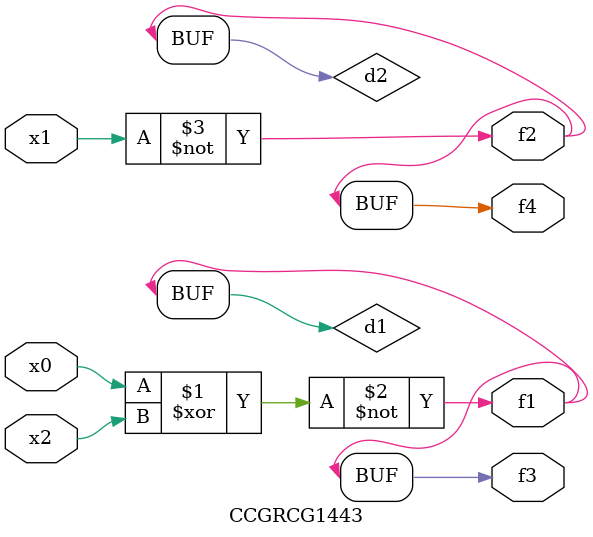
<source format=v>
module CCGRCG1443(
	input x0, x1, x2,
	output f1, f2, f3, f4
);

	wire d1, d2, d3;

	xnor (d1, x0, x2);
	nand (d2, x1);
	nor (d3, x1, x2);
	assign f1 = d1;
	assign f2 = d2;
	assign f3 = d1;
	assign f4 = d2;
endmodule

</source>
